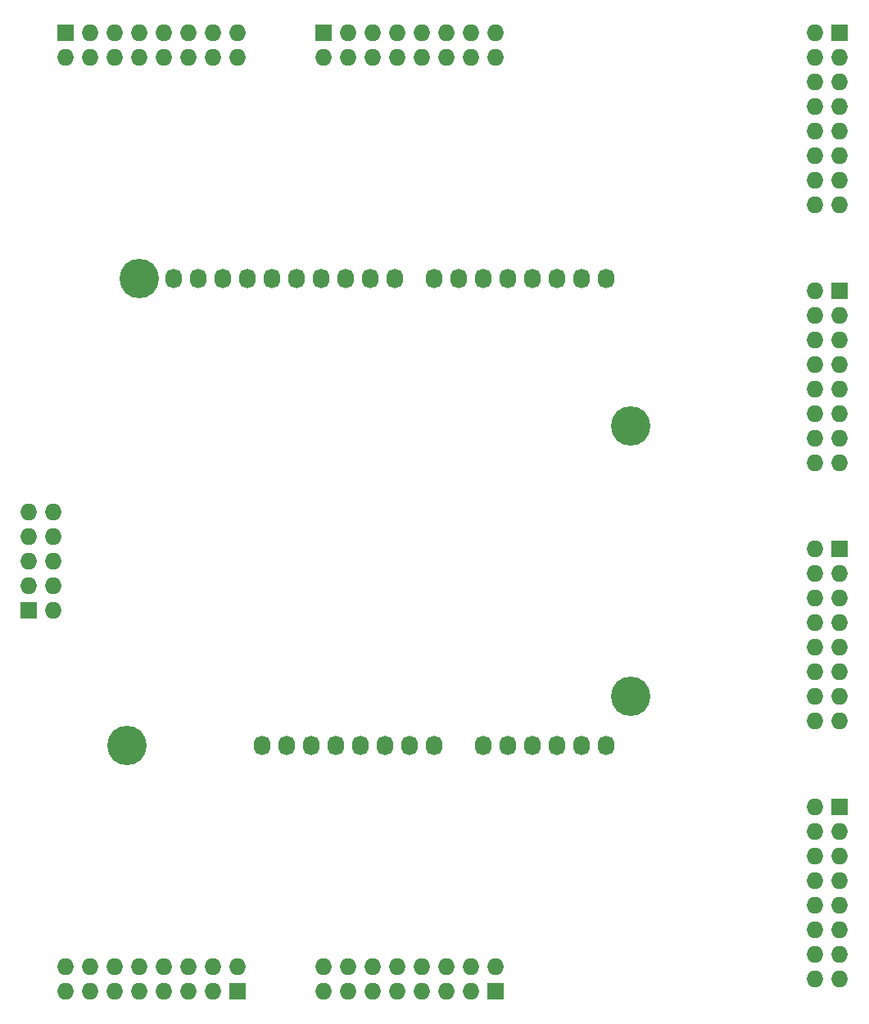
<source format=gbr>
G04 #@! TF.FileFunction,Soldermask,Bot*
%FSLAX46Y46*%
G04 Gerber Fmt 4.6, Leading zero omitted, Abs format (unit mm)*
G04 Created by KiCad (PCBNEW 4.0.1-stable) date 2016-04-19 17:05:27*
%MOMM*%
G01*
G04 APERTURE LIST*
%ADD10C,0.100000*%
%ADD11O,1.727200X2.032000*%
%ADD12C,4.064000*%
%ADD13R,1.727200X1.727200*%
%ADD14O,1.727200X1.727200*%
G04 APERTURE END LIST*
D10*
D11*
X56388000Y-117475000D03*
X58928000Y-117475000D03*
X61468000Y-117475000D03*
X64008000Y-117475000D03*
X66548000Y-117475000D03*
X69088000Y-117475000D03*
X71628000Y-117475000D03*
X74168000Y-117475000D03*
X79248000Y-117475000D03*
X81788000Y-117475000D03*
X84328000Y-117475000D03*
X86868000Y-117475000D03*
X89408000Y-117475000D03*
X91948000Y-117475000D03*
X47244000Y-69215000D03*
X49784000Y-69215000D03*
X52324000Y-69215000D03*
X54864000Y-69215000D03*
X57404000Y-69215000D03*
X59944000Y-69215000D03*
X62484000Y-69215000D03*
X65024000Y-69215000D03*
X67564000Y-69215000D03*
X70104000Y-69215000D03*
X74168000Y-69215000D03*
X76708000Y-69215000D03*
X79248000Y-69215000D03*
X81788000Y-69215000D03*
X84328000Y-69215000D03*
X86868000Y-69215000D03*
X89408000Y-69215000D03*
X91948000Y-69215000D03*
D12*
X42418000Y-117475000D03*
X94488000Y-112395000D03*
X43688000Y-69215000D03*
X94488000Y-84455000D03*
D13*
X36068000Y-43815000D03*
D14*
X36068000Y-46355000D03*
X38608000Y-43815000D03*
X38608000Y-46355000D03*
X41148000Y-43815000D03*
X41148000Y-46355000D03*
X43688000Y-43815000D03*
X43688000Y-46355000D03*
X46228000Y-43815000D03*
X46228000Y-46355000D03*
X48768000Y-43815000D03*
X48768000Y-46355000D03*
X51308000Y-43815000D03*
X51308000Y-46355000D03*
X53848000Y-43815000D03*
X53848000Y-46355000D03*
D13*
X62738000Y-43815000D03*
D14*
X62738000Y-46355000D03*
X65278000Y-43815000D03*
X65278000Y-46355000D03*
X67818000Y-43815000D03*
X67818000Y-46355000D03*
X70358000Y-43815000D03*
X70358000Y-46355000D03*
X72898000Y-43815000D03*
X72898000Y-46355000D03*
X75438000Y-43815000D03*
X75438000Y-46355000D03*
X77978000Y-43815000D03*
X77978000Y-46355000D03*
X80518000Y-43815000D03*
X80518000Y-46355000D03*
D13*
X53848000Y-142875000D03*
D14*
X53848000Y-140335000D03*
X51308000Y-142875000D03*
X51308000Y-140335000D03*
X48768000Y-142875000D03*
X48768000Y-140335000D03*
X46228000Y-142875000D03*
X46228000Y-140335000D03*
X43688000Y-142875000D03*
X43688000Y-140335000D03*
X41148000Y-142875000D03*
X41148000Y-140335000D03*
X38608000Y-142875000D03*
X38608000Y-140335000D03*
X36068000Y-142875000D03*
X36068000Y-140335000D03*
D13*
X80518000Y-142875000D03*
D14*
X80518000Y-140335000D03*
X77978000Y-142875000D03*
X77978000Y-140335000D03*
X75438000Y-142875000D03*
X75438000Y-140335000D03*
X72898000Y-142875000D03*
X72898000Y-140335000D03*
X70358000Y-142875000D03*
X70358000Y-140335000D03*
X67818000Y-142875000D03*
X67818000Y-140335000D03*
X65278000Y-142875000D03*
X65278000Y-140335000D03*
X62738000Y-142875000D03*
X62738000Y-140335000D03*
D13*
X32258000Y-103505000D03*
D14*
X34798000Y-103505000D03*
X32258000Y-100965000D03*
X34798000Y-100965000D03*
X32258000Y-98425000D03*
X34798000Y-98425000D03*
X32258000Y-95885000D03*
X34798000Y-95885000D03*
X32258000Y-93345000D03*
X34798000Y-93345000D03*
D13*
X116078000Y-43815000D03*
D14*
X113538000Y-43815000D03*
X116078000Y-46355000D03*
X113538000Y-46355000D03*
X116078000Y-48895000D03*
X113538000Y-48895000D03*
X116078000Y-51435000D03*
X113538000Y-51435000D03*
X116078000Y-53975000D03*
X113538000Y-53975000D03*
X116078000Y-56515000D03*
X113538000Y-56515000D03*
X116078000Y-59055000D03*
X113538000Y-59055000D03*
X116078000Y-61595000D03*
X113538000Y-61595000D03*
D13*
X116078000Y-70485000D03*
D14*
X113538000Y-70485000D03*
X116078000Y-73025000D03*
X113538000Y-73025000D03*
X116078000Y-75565000D03*
X113538000Y-75565000D03*
X116078000Y-78105000D03*
X113538000Y-78105000D03*
X116078000Y-80645000D03*
X113538000Y-80645000D03*
X116078000Y-83185000D03*
X113538000Y-83185000D03*
X116078000Y-85725000D03*
X113538000Y-85725000D03*
X116078000Y-88265000D03*
X113538000Y-88265000D03*
D13*
X116078000Y-97155000D03*
D14*
X113538000Y-97155000D03*
X116078000Y-99695000D03*
X113538000Y-99695000D03*
X116078000Y-102235000D03*
X113538000Y-102235000D03*
X116078000Y-104775000D03*
X113538000Y-104775000D03*
X116078000Y-107315000D03*
X113538000Y-107315000D03*
X116078000Y-109855000D03*
X113538000Y-109855000D03*
X116078000Y-112395000D03*
X113538000Y-112395000D03*
X116078000Y-114935000D03*
X113538000Y-114935000D03*
D13*
X116078000Y-123825000D03*
D14*
X113538000Y-123825000D03*
X116078000Y-126365000D03*
X113538000Y-126365000D03*
X116078000Y-128905000D03*
X113538000Y-128905000D03*
X116078000Y-131445000D03*
X113538000Y-131445000D03*
X116078000Y-133985000D03*
X113538000Y-133985000D03*
X116078000Y-136525000D03*
X113538000Y-136525000D03*
X116078000Y-139065000D03*
X113538000Y-139065000D03*
X116078000Y-141605000D03*
X113538000Y-141605000D03*
M02*

</source>
